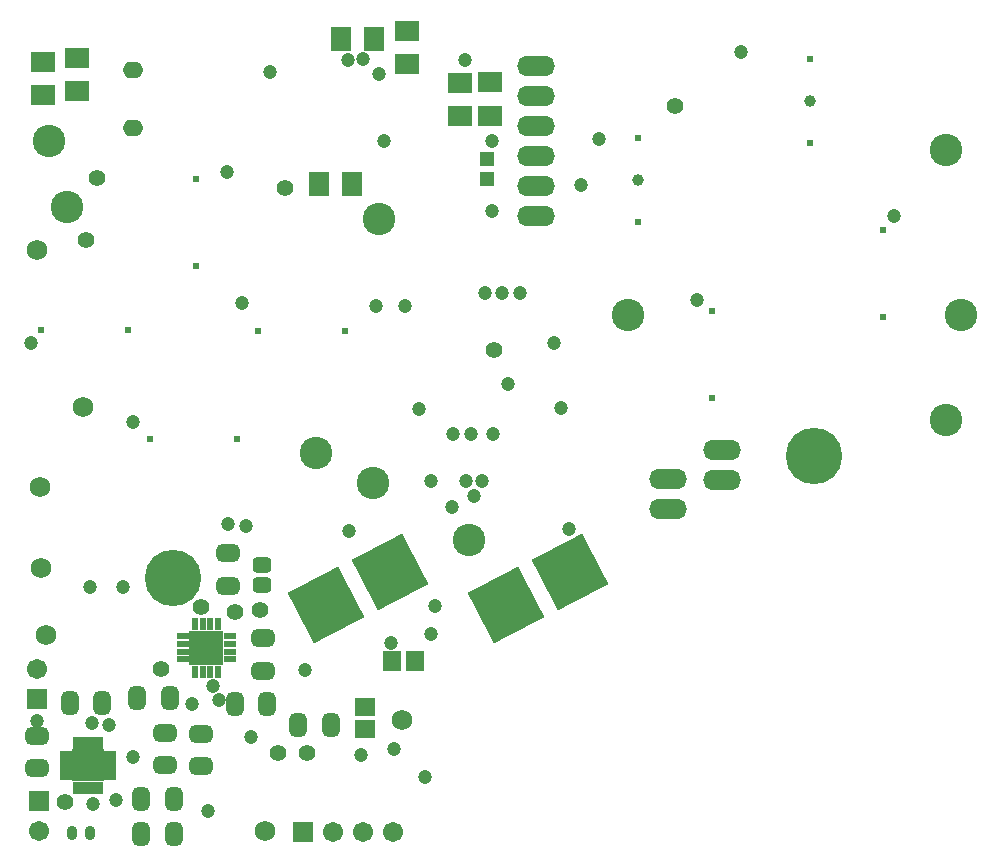
<source format=gts>
G04 Layer_Color=8388736*
%FSLAX44Y44*%
%MOMM*%
G71*
G01*
G75*
%ADD80P,6.8250X4X72.5*%
%ADD81R,2.0033X1.8032*%
%ADD82C,1.7272*%
%ADD83R,0.6032X0.6032*%
%ADD84R,0.6032X0.6096*%
%ADD85R,0.6096X0.6032*%
G04:AMPARAMS|DCode=86|XSize=1.9532mm|YSize=1.4532mm|CornerRadius=0.4141mm|HoleSize=0mm|Usage=FLASHONLY|Rotation=270.000|XOffset=0mm|YOffset=0mm|HoleType=Round|Shape=RoundedRectangle|*
%AMROUNDEDRECTD86*
21,1,1.9532,0.6250,0,0,270.0*
21,1,1.1250,1.4532,0,0,270.0*
1,1,0.8282,-0.3125,-0.5625*
1,1,0.8282,-0.3125,0.5625*
1,1,0.8282,0.3125,0.5625*
1,1,0.8282,0.3125,-0.5625*
%
%ADD86ROUNDEDRECTD86*%
G04:AMPARAMS|DCode=87|XSize=1.9532mm|YSize=1.4532mm|CornerRadius=0.4141mm|HoleSize=0mm|Usage=FLASHONLY|Rotation=0.000|XOffset=0mm|YOffset=0mm|HoleType=Round|Shape=RoundedRectangle|*
%AMROUNDEDRECTD87*
21,1,1.9532,0.6250,0,0,0.0*
21,1,1.1250,1.4532,0,0,0.0*
1,1,0.8282,0.5625,-0.3125*
1,1,0.8282,-0.5625,-0.3125*
1,1,0.8282,-0.5625,0.3125*
1,1,0.8282,0.5625,0.3125*
%
%ADD87ROUNDEDRECTD87*%
G04:AMPARAMS|DCode=88|XSize=0.8032mm|YSize=1.1032mm|CornerRadius=0.2516mm|HoleSize=0mm|Usage=FLASHONLY|Rotation=0.000|XOffset=0mm|YOffset=0mm|HoleType=Round|Shape=RoundedRectangle|*
%AMROUNDEDRECTD88*
21,1,0.8032,0.6000,0,0,0.0*
21,1,0.3000,1.1032,0,0,0.0*
1,1,0.5032,0.1500,-0.3000*
1,1,0.5032,-0.1500,-0.3000*
1,1,0.5032,-0.1500,0.3000*
1,1,0.5032,0.1500,0.3000*
%
%ADD88ROUNDEDRECTD88*%
%ADD89R,1.5032X1.7033*%
%ADD90R,1.7033X1.5032*%
G04:AMPARAMS|DCode=91|XSize=1.6032mm|YSize=1.3032mm|CornerRadius=0.3766mm|HoleSize=0mm|Usage=FLASHONLY|Rotation=0.000|XOffset=0mm|YOffset=0mm|HoleType=Round|Shape=RoundedRectangle|*
%AMROUNDEDRECTD91*
21,1,1.6032,0.5500,0,0,0.0*
21,1,0.8500,1.3032,0,0,0.0*
1,1,0.7532,0.4250,-0.2750*
1,1,0.7532,-0.4250,-0.2750*
1,1,0.7532,-0.4250,0.2750*
1,1,0.7532,0.4250,0.2750*
%
%ADD91ROUNDEDRECTD91*%
%ADD92P,2.9814X4X72.5*%
%ADD93R,1.8032X2.0033*%
%ADD94R,1.2032X1.3033*%
%ADD95R,0.5532X1.0032*%
%ADD96R,1.0032X0.5532*%
%ADD97R,3.0032X3.0032*%
%ADD98R,0.5082X1.0162*%
%ADD99R,1.0162X0.5082*%
%ADD100R,2.7032X2.7032*%
%ADD101O,1.7032X1.4032*%
%ADD102O,3.2032X1.7032*%
%ADD103C,2.7432*%
%ADD104C,4.7752*%
%ADD105C,1.7032*%
%ADD106R,1.7032X1.7032*%
%ADD107R,1.7032X1.7032*%
%ADD108C,1.2032*%
%ADD109C,1.4032*%
%ADD110C,1.0032*%
%ADD111C,0.7032*%
D80*
X666384Y293266D02*
D03*
X720456Y321414D02*
D03*
X513984Y293266D02*
D03*
X568056Y321414D02*
D03*
D81*
X627250Y707000D02*
D03*
Y735001D02*
D03*
X303000Y728250D02*
D03*
Y756251D02*
D03*
X582750Y779000D02*
D03*
Y751000D02*
D03*
X274250Y753251D02*
D03*
Y725249D02*
D03*
X652750Y735751D02*
D03*
Y707749D02*
D03*
D82*
X578500Y195750D02*
D03*
X277000Y267750D02*
D03*
X272500Y324250D02*
D03*
X462250Y101750D02*
D03*
X272000Y393250D02*
D03*
X307750Y461000D02*
D03*
X268750Y594250D02*
D03*
D83*
X778250Y617440D02*
D03*
Y688560D02*
D03*
X923250Y684440D02*
D03*
Y755560D02*
D03*
D84*
X403750Y580420D02*
D03*
Y654080D02*
D03*
X840750Y468670D02*
D03*
Y542330D02*
D03*
X985520Y537210D02*
D03*
Y610870D02*
D03*
D85*
X529580Y525750D02*
D03*
X455920D02*
D03*
X346580Y526000D02*
D03*
X272920D02*
D03*
X438080Y434250D02*
D03*
X364420D02*
D03*
D86*
X490500Y191500D02*
D03*
X518000D02*
D03*
X324500Y210500D02*
D03*
X297000D02*
D03*
X381500Y214250D02*
D03*
X354000D02*
D03*
X464000Y209750D02*
D03*
X436500D02*
D03*
X385000Y99250D02*
D03*
X357500D02*
D03*
X385000Y129000D02*
D03*
X357500D02*
D03*
D87*
X430500Y309750D02*
D03*
Y337250D02*
D03*
X377500Y185000D02*
D03*
Y157500D02*
D03*
X408250Y184500D02*
D03*
Y157000D02*
D03*
X460750Y265000D02*
D03*
Y237500D02*
D03*
X269500Y155000D02*
D03*
Y182500D02*
D03*
D88*
X298750Y100250D02*
D03*
X313750D02*
D03*
D89*
X570000Y246250D02*
D03*
X589000D02*
D03*
D90*
X546500Y188250D02*
D03*
Y207250D02*
D03*
D91*
X460000Y327500D02*
D03*
Y310000D02*
D03*
D92*
X738442Y315743D02*
D03*
X726127Y339400D02*
D03*
X550070Y327085D02*
D03*
X573727Y339400D02*
D03*
D93*
X554501Y772500D02*
D03*
X526499D02*
D03*
X536001Y649750D02*
D03*
X507999D02*
D03*
D94*
X650250Y671249D02*
D03*
Y654251D02*
D03*
D95*
X422250Y277000D02*
D03*
X415750D02*
D03*
X409250D02*
D03*
X402750D02*
D03*
Y237000D02*
D03*
X409250D02*
D03*
X415750D02*
D03*
X422250D02*
D03*
D96*
X392500Y266750D02*
D03*
Y260250D02*
D03*
Y253750D02*
D03*
Y247250D02*
D03*
X432500D02*
D03*
Y253750D02*
D03*
Y260250D02*
D03*
Y266750D02*
D03*
D97*
X412500Y257000D02*
D03*
D98*
X302510Y138680D02*
D03*
X307340D02*
D03*
X312420D02*
D03*
X317500D02*
D03*
X322580D02*
D03*
X322330Y176280D02*
D03*
X317500D02*
D03*
X312420D02*
D03*
X307340D02*
D03*
X302510D02*
D03*
D99*
X331220Y147570D02*
D03*
Y152400D02*
D03*
Y157480D02*
D03*
Y162560D02*
D03*
Y167380D02*
D03*
X293620Y167390D02*
D03*
Y162560D02*
D03*
Y157480D02*
D03*
Y152400D02*
D03*
Y147570D02*
D03*
D100*
X312420Y157480D02*
D03*
D101*
X350000Y746050D02*
D03*
Y697250D02*
D03*
D102*
X849500Y424950D02*
D03*
Y399550D02*
D03*
X803750Y399700D02*
D03*
Y374300D02*
D03*
X691750Y622500D02*
D03*
Y647900D02*
D03*
Y673300D02*
D03*
Y698700D02*
D03*
Y724100D02*
D03*
Y749500D02*
D03*
D103*
X1051560Y538480D02*
D03*
X769620D02*
D03*
X1038860Y449580D02*
D03*
Y678180D02*
D03*
X294640Y629920D02*
D03*
X505460Y421640D02*
D03*
X553720Y396240D02*
D03*
X558800Y619760D02*
D03*
X279400Y685800D02*
D03*
X635000Y347980D02*
D03*
D104*
X927100Y419100D02*
D03*
X384000Y316000D02*
D03*
D105*
X269000Y238900D02*
D03*
X270510Y101600D02*
D03*
X519900Y101250D02*
D03*
X545300D02*
D03*
X570700D02*
D03*
D106*
X269000Y213500D02*
D03*
X270510Y127000D02*
D03*
D107*
X494500Y101250D02*
D03*
D108*
X330250Y191750D02*
D03*
X316000Y193250D02*
D03*
X495750Y238250D02*
D03*
X597250Y147750D02*
D03*
X569000Y260750D02*
D03*
X606250Y292250D02*
D03*
X533705Y356045D02*
D03*
X994750Y622750D02*
D03*
X350000Y448250D02*
D03*
X264000Y515250D02*
D03*
X430000Y659750D02*
D03*
X443000Y549000D02*
D03*
X729500Y649250D02*
D03*
X865250Y761250D02*
D03*
X827500Y551250D02*
D03*
X558750Y743000D02*
D03*
X269000Y195500D02*
D03*
X316500Y124750D02*
D03*
X646000Y398500D02*
D03*
X350250Y165000D02*
D03*
X335750Y128500D02*
D03*
X400500Y209250D02*
D03*
X450000Y181750D02*
D03*
X655000Y438000D02*
D03*
X571750Y171750D02*
D03*
X543500Y166000D02*
D03*
X603000Y268500D02*
D03*
X639500Y385750D02*
D03*
X712500Y459750D02*
D03*
X707000Y515000D02*
D03*
X580500Y546500D02*
D03*
X555750Y546250D02*
D03*
X632000Y398000D02*
D03*
X603000D02*
D03*
X620750Y376000D02*
D03*
X636500Y438250D02*
D03*
X621000Y438000D02*
D03*
X592250Y459000D02*
D03*
X631250Y754750D02*
D03*
X545000Y755500D02*
D03*
X562500Y686500D02*
D03*
X466000Y744500D02*
D03*
X667500Y480500D02*
D03*
X662749Y557749D02*
D03*
X678250Y557500D02*
D03*
X648250Y557250D02*
D03*
X423500Y213250D02*
D03*
X418000Y224500D02*
D03*
X446250Y360000D02*
D03*
X431000Y362000D02*
D03*
X341750Y308500D02*
D03*
X414000Y119000D02*
D03*
X654750Y627000D02*
D03*
X744750Y687500D02*
D03*
X654250Y686250D02*
D03*
X532250Y754750D02*
D03*
X313750Y309000D02*
D03*
X719250Y358000D02*
D03*
D109*
X374500Y239500D02*
D03*
X498000Y168250D02*
D03*
X457750Y289000D02*
D03*
X437000Y287750D02*
D03*
X408000Y291250D02*
D03*
X293250Y126500D02*
D03*
X656000Y509000D02*
D03*
X809000Y715500D02*
D03*
X320250Y654750D02*
D03*
X473000Y167750D02*
D03*
X479500Y646500D02*
D03*
X310250Y602250D02*
D03*
D110*
X778250Y653000D02*
D03*
X923250Y720000D02*
D03*
D111*
X422660Y257000D02*
D03*
X412500D02*
D03*
X402340D02*
D03*
Y267160D02*
D03*
Y246840D02*
D03*
X412500Y267160D02*
D03*
Y246840D02*
D03*
X422660Y267160D02*
D03*
Y246840D02*
D03*
X312420Y157480D02*
D03*
Y149860D02*
D03*
Y165100D02*
D03*
X304800Y149860D02*
D03*
Y157480D02*
D03*
Y165100D02*
D03*
X320040D02*
D03*
Y157480D02*
D03*
Y149860D02*
D03*
M02*

</source>
